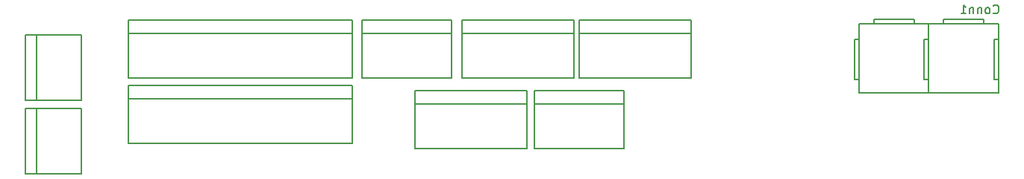
<source format=gbr>
G04 #@! TF.GenerationSoftware,KiCad,Pcbnew,(5.1.4)-1*
G04 #@! TF.CreationDate,2020-02-21T20:18:13-06:00*
G04 #@! TF.ProjectId,2020_BMSBOARD,32303230-5f42-44d5-9342-4f4152442e6b,rev?*
G04 #@! TF.SameCoordinates,Original*
G04 #@! TF.FileFunction,Legend,Bot*
G04 #@! TF.FilePolarity,Positive*
%FSLAX46Y46*%
G04 Gerber Fmt 4.6, Leading zero omitted, Abs format (unit mm)*
G04 Created by KiCad (PCBNEW (5.1.4)-1) date 2020-02-21 20:18:13*
%MOMM*%
%LPD*%
G04 APERTURE LIST*
%ADD10C,0.150000*%
G04 APERTURE END LIST*
D10*
X153670000Y18796000D02*
X166370000Y18796000D01*
X153670000Y17272000D02*
X153670000Y18796000D01*
X166370000Y18796000D02*
X166370000Y17272000D01*
X153670000Y12192000D02*
X166370000Y12192000D01*
X166370000Y17272000D02*
X153670000Y17272000D01*
X153670000Y12192000D02*
X153670000Y17272000D01*
X166370000Y12192000D02*
X166370000Y17272000D01*
X129032000Y18796000D02*
X139192000Y18796000D01*
X129032000Y17272000D02*
X129032000Y18796000D01*
X139192000Y18796000D02*
X139192000Y17272000D01*
X139192000Y12192000D02*
X129032000Y12192000D01*
X129032000Y17272000D02*
X139192000Y17272000D01*
X139192000Y12192000D02*
X139192000Y17272000D01*
X129032000Y12192000D02*
X129032000Y17272000D01*
X148590000Y4191000D02*
X148590000Y9271000D01*
X158750000Y4191000D02*
X158750000Y9271000D01*
X148590000Y9271000D02*
X158750000Y9271000D01*
X158750000Y4191000D02*
X148590000Y4191000D01*
X158750000Y10795000D02*
X158750000Y9271000D01*
X148590000Y9271000D02*
X148590000Y10795000D01*
X148590000Y10795000D02*
X158750000Y10795000D01*
X147701000Y4191000D02*
X147701000Y9271000D01*
X135001000Y4191000D02*
X135001000Y9271000D01*
X147701000Y9271000D02*
X135001000Y9271000D01*
X135001000Y4191000D02*
X147701000Y4191000D01*
X147701000Y10795000D02*
X147701000Y9271000D01*
X135001000Y9271000D02*
X135001000Y10795000D01*
X135001000Y10795000D02*
X147701000Y10795000D01*
X92075000Y8763000D02*
X97155000Y8763000D01*
X92075000Y1270000D02*
X97155000Y1270000D01*
X92075000Y8763000D02*
X92075000Y1270000D01*
X97155000Y1270000D02*
X97155000Y8763000D01*
X92075000Y8763000D02*
X90805000Y8763000D01*
X90805000Y1270000D02*
X92075000Y1270000D01*
X90805000Y8763000D02*
X90805000Y1270000D01*
X127939800Y4749800D02*
X127939800Y9829800D01*
X102539800Y4749800D02*
X102539800Y9829800D01*
X127939800Y9829800D02*
X102539800Y9829800D01*
X102539800Y4749800D02*
X127939800Y4749800D01*
X127939800Y11353800D02*
X127939800Y9829800D01*
X102539800Y9829800D02*
X102539800Y11353800D01*
X102539800Y11353800D02*
X127939800Y11353800D01*
X193320000Y18415000D02*
X185420000Y18415000D01*
X193320000Y10515000D02*
X185420000Y10515000D01*
X185420000Y12065000D02*
X184912000Y12065000D01*
X184912000Y16637000D02*
X185420000Y16637000D01*
X184912000Y12065000D02*
X184912000Y16637000D01*
X187071000Y18415000D02*
X187071000Y18923000D01*
X187071000Y18923000D02*
X191643000Y18923000D01*
X191643000Y18923000D02*
X191643000Y18415000D01*
X185420000Y18415000D02*
X185420000Y10515000D01*
X192811400Y12065000D02*
X192811400Y16637000D01*
X193320000Y18415000D02*
X193320000Y10515000D01*
X192811400Y16637000D02*
X193319400Y16637000D01*
X193319400Y12065000D02*
X192811400Y12065000D01*
X194948000Y18415000D02*
X194948000Y18923000D01*
X201220000Y10515000D02*
X193320000Y10515000D01*
X194948000Y18923000D02*
X199520000Y18923000D01*
X199520000Y18923000D02*
X199520000Y18415000D01*
X200712000Y16637000D02*
X201220000Y16637000D01*
X201220000Y12065000D02*
X200712000Y12065000D01*
X201220000Y18415000D02*
X193320000Y18415000D01*
X201220000Y18415000D02*
X201220000Y10515000D01*
X200712000Y12065000D02*
X200712000Y16637000D01*
X153035000Y12192000D02*
X153035000Y17272000D01*
X140335000Y12192000D02*
X140335000Y17272000D01*
X153035000Y17272000D02*
X140335000Y17272000D01*
X140335000Y12192000D02*
X153035000Y12192000D01*
X153035000Y18796000D02*
X153035000Y17272000D01*
X140335000Y17272000D02*
X140335000Y18796000D01*
X140335000Y18796000D02*
X153035000Y18796000D01*
X90805000Y17145000D02*
X90805000Y9652000D01*
X90805000Y9652000D02*
X92075000Y9652000D01*
X92075000Y17145000D02*
X90805000Y17145000D01*
X97155000Y9652000D02*
X97155000Y17145000D01*
X92075000Y17145000D02*
X92075000Y9652000D01*
X92075000Y9652000D02*
X97155000Y9652000D01*
X92075000Y17145000D02*
X97155000Y17145000D01*
X102539800Y18846800D02*
X127939800Y18846800D01*
X102539800Y17322800D02*
X102539800Y18846800D01*
X127939800Y18846800D02*
X127939800Y17322800D01*
X102539800Y12242800D02*
X127939800Y12242800D01*
X127939800Y17322800D02*
X102539800Y17322800D01*
X102539800Y12242800D02*
X102539800Y17322800D01*
X127939800Y12242800D02*
X127939800Y17322800D01*
X200643809Y19657857D02*
X200691428Y19610238D01*
X200834285Y19562619D01*
X200929523Y19562619D01*
X201072380Y19610238D01*
X201167619Y19705476D01*
X201215238Y19800714D01*
X201262857Y19991190D01*
X201262857Y20134047D01*
X201215238Y20324523D01*
X201167619Y20419761D01*
X201072380Y20515000D01*
X200929523Y20562619D01*
X200834285Y20562619D01*
X200691428Y20515000D01*
X200643809Y20467380D01*
X200072380Y19562619D02*
X200167619Y19610238D01*
X200215238Y19657857D01*
X200262857Y19753095D01*
X200262857Y20038809D01*
X200215238Y20134047D01*
X200167619Y20181666D01*
X200072380Y20229285D01*
X199929523Y20229285D01*
X199834285Y20181666D01*
X199786666Y20134047D01*
X199739047Y20038809D01*
X199739047Y19753095D01*
X199786666Y19657857D01*
X199834285Y19610238D01*
X199929523Y19562619D01*
X200072380Y19562619D01*
X199310476Y20229285D02*
X199310476Y19562619D01*
X199310476Y20134047D02*
X199262857Y20181666D01*
X199167619Y20229285D01*
X199024761Y20229285D01*
X198929523Y20181666D01*
X198881904Y20086428D01*
X198881904Y19562619D01*
X198405714Y20229285D02*
X198405714Y19562619D01*
X198405714Y20134047D02*
X198358095Y20181666D01*
X198262857Y20229285D01*
X198120000Y20229285D01*
X198024761Y20181666D01*
X197977142Y20086428D01*
X197977142Y19562619D01*
X196977142Y19562619D02*
X197548571Y19562619D01*
X197262857Y19562619D02*
X197262857Y20562619D01*
X197358095Y20419761D01*
X197453333Y20324523D01*
X197548571Y20276904D01*
M02*

</source>
